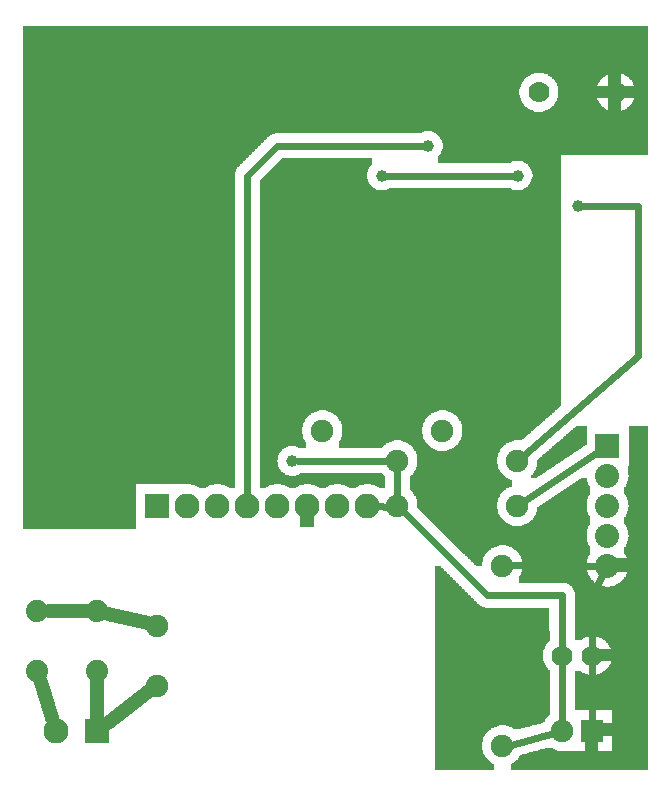
<source format=gbl>
G04 MADE WITH FRITZING*
G04 WWW.FRITZING.ORG*
G04 DOUBLE SIDED*
G04 HOLES PLATED*
G04 CONTOUR ON CENTER OF CONTOUR VECTOR*
%ASAXBY*%
%FSLAX23Y23*%
%MOIN*%
%OFA0B0*%
%SFA1.0B1.0*%
%ADD10C,0.075000*%
%ADD11C,0.070000*%
%ADD12C,0.039370*%
%ADD13C,0.074000*%
%ADD14C,0.047978*%
%ADD15C,0.083307*%
%ADD16C,0.080000*%
%ADD17C,0.075433*%
%ADD18R,0.083307X0.083307*%
%ADD19R,0.080000X0.080000*%
%ADD20R,0.075000X0.075000*%
%ADD21C,0.024000*%
%ADD22C,0.048000*%
%LNCOPPER0*%
G90*
G70*
G54D10*
X1488Y577D03*
X122Y2451D03*
G54D11*
X2015Y2300D03*
X1759Y2300D03*
G54D12*
X1389Y2121D03*
X1888Y1921D03*
X1688Y2023D03*
X1235Y2023D03*
X937Y1071D03*
G54D13*
X87Y372D03*
X87Y572D03*
X287Y572D03*
X287Y372D03*
G54D14*
X487Y325D03*
X487Y522D03*
X1644Y727D03*
X1644Y121D03*
G54D15*
X487Y922D03*
X587Y922D03*
X687Y922D03*
X787Y922D03*
X887Y922D03*
X987Y922D03*
X1087Y922D03*
X1187Y922D03*
G54D16*
X1987Y1122D03*
X1987Y1022D03*
X1987Y922D03*
X1987Y822D03*
X1987Y722D03*
G54D15*
X287Y172D03*
X149Y172D03*
G54D10*
X1937Y172D03*
X1837Y172D03*
G54D11*
X1937Y422D03*
X1837Y422D03*
X1937Y422D03*
X1837Y422D03*
G54D10*
X1687Y922D03*
X1287Y922D03*
X1437Y1172D03*
X1037Y1172D03*
X1687Y1072D03*
X1287Y1072D03*
G54D17*
X1637Y122D03*
X487Y522D03*
X1637Y722D03*
X487Y322D03*
G54D18*
X487Y922D03*
G54D19*
X1987Y1122D03*
G54D18*
X287Y172D03*
G54D20*
X1937Y172D03*
G54D21*
X1220Y920D02*
X1260Y918D01*
X1260Y918D02*
X1259Y918D01*
D02*
X1587Y624D02*
X1837Y624D01*
D02*
X1837Y624D02*
X1837Y448D01*
D02*
X1308Y902D02*
X1587Y624D01*
D02*
X1837Y396D02*
X1837Y201D01*
D02*
X1937Y396D02*
X1937Y201D01*
D02*
X1937Y624D02*
X1937Y448D01*
D02*
X1973Y694D02*
X1937Y624D01*
D02*
X1667Y726D02*
X1956Y723D01*
D02*
X1287Y1044D02*
X1287Y951D01*
D02*
X1711Y938D02*
X1961Y1105D01*
D02*
X787Y2023D02*
X885Y2121D01*
D02*
X885Y2121D02*
X1370Y2121D01*
D02*
X787Y955D02*
X787Y2023D01*
D02*
X2089Y1921D02*
X1907Y1921D01*
D02*
X2089Y1421D02*
X2089Y1921D01*
D02*
X1709Y1091D02*
X2089Y1421D01*
D02*
X1254Y2023D02*
X1669Y2023D01*
D02*
X955Y1071D02*
X1259Y1072D01*
G54D22*
D02*
X455Y530D02*
X324Y563D01*
D02*
X249Y572D02*
X125Y572D01*
D02*
X98Y336D02*
X136Y214D01*
D02*
X287Y334D02*
X287Y216D01*
G54D21*
D02*
X1810Y165D02*
X1666Y126D01*
G54D22*
D02*
X322Y199D02*
X461Y305D01*
G36*
X1884Y1188D02*
X1884Y1186D01*
X1880Y1186D01*
X1880Y1184D01*
X1878Y1184D01*
X1878Y1182D01*
X1876Y1182D01*
X1876Y1180D01*
X1874Y1180D01*
X1874Y1178D01*
X1872Y1178D01*
X1872Y1176D01*
X1870Y1176D01*
X1870Y1174D01*
X1866Y1174D01*
X1866Y1172D01*
X1864Y1172D01*
X1864Y1170D01*
X1862Y1170D01*
X1862Y1168D01*
X1860Y1168D01*
X1860Y1166D01*
X1858Y1166D01*
X1858Y1164D01*
X1856Y1164D01*
X1856Y1162D01*
X1854Y1162D01*
X1854Y1160D01*
X1850Y1160D01*
X1850Y1158D01*
X1848Y1158D01*
X1848Y1156D01*
X1846Y1156D01*
X1846Y1154D01*
X1844Y1154D01*
X1844Y1152D01*
X1842Y1152D01*
X1842Y1150D01*
X1840Y1150D01*
X1840Y1148D01*
X1838Y1148D01*
X1838Y1146D01*
X1834Y1146D01*
X1834Y1144D01*
X1832Y1144D01*
X1832Y1142D01*
X1830Y1142D01*
X1830Y1140D01*
X1828Y1140D01*
X1828Y1138D01*
X1826Y1138D01*
X1826Y1136D01*
X1824Y1136D01*
X1824Y1134D01*
X1820Y1134D01*
X1820Y1132D01*
X1818Y1132D01*
X1818Y1130D01*
X1816Y1130D01*
X1816Y1128D01*
X1814Y1128D01*
X1814Y1126D01*
X1812Y1126D01*
X1812Y1124D01*
X1810Y1124D01*
X1810Y1122D01*
X1808Y1122D01*
X1808Y1120D01*
X1804Y1120D01*
X1804Y1118D01*
X1802Y1118D01*
X1802Y1116D01*
X1800Y1116D01*
X1800Y1114D01*
X1798Y1114D01*
X1798Y1112D01*
X1796Y1112D01*
X1796Y1110D01*
X1794Y1110D01*
X1794Y1108D01*
X1792Y1108D01*
X1792Y1106D01*
X1788Y1106D01*
X1788Y1104D01*
X1786Y1104D01*
X1786Y1102D01*
X1784Y1102D01*
X1784Y1100D01*
X1782Y1100D01*
X1782Y1098D01*
X1780Y1098D01*
X1780Y1096D01*
X1778Y1096D01*
X1778Y1094D01*
X1774Y1094D01*
X1774Y1092D01*
X1772Y1092D01*
X1772Y1090D01*
X1770Y1090D01*
X1770Y1088D01*
X1768Y1088D01*
X1768Y1086D01*
X1766Y1086D01*
X1766Y1084D01*
X1764Y1084D01*
X1764Y1082D01*
X1762Y1082D01*
X1762Y1080D01*
X1758Y1080D01*
X1758Y1078D01*
X1756Y1078D01*
X1756Y1076D01*
X1754Y1076D01*
X1754Y1058D01*
X1752Y1058D01*
X1752Y1050D01*
X1750Y1050D01*
X1750Y1046D01*
X1748Y1046D01*
X1748Y1042D01*
X1746Y1042D01*
X1746Y1038D01*
X1744Y1038D01*
X1744Y1034D01*
X1742Y1034D01*
X1742Y1032D01*
X1740Y1032D01*
X1740Y1030D01*
X1738Y1030D01*
X1738Y1026D01*
X1736Y1026D01*
X1736Y1024D01*
X1734Y1024D01*
X1734Y1016D01*
X1754Y1016D01*
X1754Y1018D01*
X1756Y1018D01*
X1756Y1020D01*
X1760Y1020D01*
X1760Y1022D01*
X1762Y1022D01*
X1762Y1024D01*
X1766Y1024D01*
X1766Y1026D01*
X1768Y1026D01*
X1768Y1028D01*
X1772Y1028D01*
X1772Y1030D01*
X1774Y1030D01*
X1774Y1032D01*
X1778Y1032D01*
X1778Y1034D01*
X1780Y1034D01*
X1780Y1036D01*
X1784Y1036D01*
X1784Y1038D01*
X1786Y1038D01*
X1786Y1040D01*
X1790Y1040D01*
X1790Y1042D01*
X1792Y1042D01*
X1792Y1044D01*
X1796Y1044D01*
X1796Y1046D01*
X1798Y1046D01*
X1798Y1048D01*
X1802Y1048D01*
X1802Y1050D01*
X1804Y1050D01*
X1804Y1052D01*
X1808Y1052D01*
X1808Y1054D01*
X1810Y1054D01*
X1810Y1056D01*
X1814Y1056D01*
X1814Y1058D01*
X1816Y1058D01*
X1816Y1060D01*
X1820Y1060D01*
X1820Y1062D01*
X1822Y1062D01*
X1822Y1064D01*
X1826Y1064D01*
X1826Y1066D01*
X1828Y1066D01*
X1828Y1068D01*
X1832Y1068D01*
X1832Y1070D01*
X1834Y1070D01*
X1834Y1072D01*
X1838Y1072D01*
X1838Y1074D01*
X1840Y1074D01*
X1840Y1076D01*
X1844Y1076D01*
X1844Y1078D01*
X1846Y1078D01*
X1846Y1080D01*
X1850Y1080D01*
X1850Y1082D01*
X1852Y1082D01*
X1852Y1084D01*
X1856Y1084D01*
X1856Y1086D01*
X1858Y1086D01*
X1858Y1088D01*
X1862Y1088D01*
X1862Y1090D01*
X1864Y1090D01*
X1864Y1092D01*
X1868Y1092D01*
X1868Y1094D01*
X1870Y1094D01*
X1870Y1096D01*
X1874Y1096D01*
X1874Y1098D01*
X1876Y1098D01*
X1876Y1100D01*
X1880Y1100D01*
X1880Y1102D01*
X1882Y1102D01*
X1882Y1104D01*
X1886Y1104D01*
X1886Y1106D01*
X1888Y1106D01*
X1888Y1108D01*
X1892Y1108D01*
X1892Y1110D01*
X1894Y1110D01*
X1894Y1112D01*
X1898Y1112D01*
X1898Y1114D01*
X1900Y1114D01*
X1900Y1116D01*
X1904Y1116D01*
X1904Y1118D01*
X1906Y1118D01*
X1906Y1120D01*
X1910Y1120D01*
X1910Y1122D01*
X1912Y1122D01*
X1912Y1124D01*
X1916Y1124D01*
X1916Y1126D01*
X1918Y1126D01*
X1918Y1188D01*
X1884Y1188D01*
G37*
D02*
G36*
X1412Y720D02*
X1412Y190D01*
X1648Y190D01*
X1648Y188D01*
X1658Y188D01*
X1658Y186D01*
X1662Y186D01*
X1662Y184D01*
X1668Y184D01*
X1668Y182D01*
X1670Y182D01*
X1670Y180D01*
X1674Y180D01*
X1674Y178D01*
X1700Y178D01*
X1700Y180D01*
X1706Y180D01*
X1706Y182D01*
X1714Y182D01*
X1714Y184D01*
X1722Y184D01*
X1722Y186D01*
X1730Y186D01*
X1730Y188D01*
X1736Y188D01*
X1736Y190D01*
X1744Y190D01*
X1744Y192D01*
X1752Y192D01*
X1752Y194D01*
X1760Y194D01*
X1760Y196D01*
X1766Y196D01*
X1766Y198D01*
X1774Y198D01*
X1774Y200D01*
X1776Y200D01*
X1776Y202D01*
X1778Y202D01*
X1778Y206D01*
X1780Y206D01*
X1780Y210D01*
X1782Y210D01*
X1782Y212D01*
X1784Y212D01*
X1784Y214D01*
X1786Y214D01*
X1786Y218D01*
X1788Y218D01*
X1788Y220D01*
X1790Y220D01*
X1790Y222D01*
X1792Y222D01*
X1792Y224D01*
X1796Y224D01*
X1796Y374D01*
X1792Y374D01*
X1792Y376D01*
X1790Y376D01*
X1790Y378D01*
X1788Y378D01*
X1788Y382D01*
X1786Y382D01*
X1786Y384D01*
X1784Y384D01*
X1784Y386D01*
X1782Y386D01*
X1782Y390D01*
X1780Y390D01*
X1780Y394D01*
X1778Y394D01*
X1778Y398D01*
X1776Y398D01*
X1776Y404D01*
X1774Y404D01*
X1774Y412D01*
X1772Y412D01*
X1772Y432D01*
X1774Y432D01*
X1774Y442D01*
X1776Y442D01*
X1776Y446D01*
X1778Y446D01*
X1778Y452D01*
X1780Y452D01*
X1780Y454D01*
X1782Y454D01*
X1782Y458D01*
X1784Y458D01*
X1784Y460D01*
X1786Y460D01*
X1786Y464D01*
X1788Y464D01*
X1788Y466D01*
X1790Y466D01*
X1790Y468D01*
X1792Y468D01*
X1792Y470D01*
X1794Y470D01*
X1794Y472D01*
X1796Y472D01*
X1796Y504D01*
X1794Y504D01*
X1794Y582D01*
X1580Y582D01*
X1580Y584D01*
X1572Y584D01*
X1572Y586D01*
X1568Y586D01*
X1568Y588D01*
X1564Y588D01*
X1564Y590D01*
X1562Y590D01*
X1562Y592D01*
X1560Y592D01*
X1560Y594D01*
X1556Y594D01*
X1556Y596D01*
X1554Y596D01*
X1554Y598D01*
X1552Y598D01*
X1552Y600D01*
X1550Y600D01*
X1550Y602D01*
X1548Y602D01*
X1548Y604D01*
X1546Y604D01*
X1546Y606D01*
X1544Y606D01*
X1544Y608D01*
X1542Y608D01*
X1542Y610D01*
X1540Y610D01*
X1540Y612D01*
X1538Y612D01*
X1538Y614D01*
X1536Y614D01*
X1536Y616D01*
X1534Y616D01*
X1534Y618D01*
X1532Y618D01*
X1532Y620D01*
X1530Y620D01*
X1530Y622D01*
X1528Y622D01*
X1528Y624D01*
X1526Y624D01*
X1526Y626D01*
X1524Y626D01*
X1524Y628D01*
X1522Y628D01*
X1522Y630D01*
X1520Y630D01*
X1520Y632D01*
X1518Y632D01*
X1518Y634D01*
X1516Y634D01*
X1516Y636D01*
X1514Y636D01*
X1514Y638D01*
X1512Y638D01*
X1512Y640D01*
X1510Y640D01*
X1510Y642D01*
X1508Y642D01*
X1508Y644D01*
X1506Y644D01*
X1506Y646D01*
X1504Y646D01*
X1504Y648D01*
X1502Y648D01*
X1502Y650D01*
X1500Y650D01*
X1500Y652D01*
X1498Y652D01*
X1498Y654D01*
X1496Y654D01*
X1496Y656D01*
X1494Y656D01*
X1494Y658D01*
X1492Y658D01*
X1492Y660D01*
X1490Y660D01*
X1490Y662D01*
X1488Y662D01*
X1488Y664D01*
X1486Y664D01*
X1486Y666D01*
X1484Y666D01*
X1484Y668D01*
X1482Y668D01*
X1482Y670D01*
X1480Y670D01*
X1480Y672D01*
X1478Y672D01*
X1478Y674D01*
X1476Y674D01*
X1476Y676D01*
X1474Y676D01*
X1474Y678D01*
X1472Y678D01*
X1472Y680D01*
X1470Y680D01*
X1470Y682D01*
X1468Y682D01*
X1468Y684D01*
X1466Y684D01*
X1466Y686D01*
X1464Y686D01*
X1464Y688D01*
X1462Y688D01*
X1462Y690D01*
X1460Y690D01*
X1460Y692D01*
X1458Y692D01*
X1458Y694D01*
X1456Y694D01*
X1456Y696D01*
X1454Y696D01*
X1454Y698D01*
X1452Y698D01*
X1452Y700D01*
X1450Y700D01*
X1450Y702D01*
X1448Y702D01*
X1448Y704D01*
X1446Y704D01*
X1446Y706D01*
X1444Y706D01*
X1444Y708D01*
X1442Y708D01*
X1442Y710D01*
X1440Y710D01*
X1440Y712D01*
X1438Y712D01*
X1438Y714D01*
X1436Y714D01*
X1436Y716D01*
X1434Y716D01*
X1434Y718D01*
X1432Y718D01*
X1432Y720D01*
X1412Y720D01*
G37*
D02*
G36*
X1412Y190D02*
X1412Y42D01*
X1608Y42D01*
X1608Y62D01*
X1604Y62D01*
X1604Y64D01*
X1602Y64D01*
X1602Y66D01*
X1598Y66D01*
X1598Y68D01*
X1596Y68D01*
X1596Y70D01*
X1594Y70D01*
X1594Y72D01*
X1592Y72D01*
X1592Y74D01*
X1588Y74D01*
X1588Y78D01*
X1586Y78D01*
X1586Y80D01*
X1584Y80D01*
X1584Y82D01*
X1582Y82D01*
X1582Y84D01*
X1580Y84D01*
X1580Y88D01*
X1578Y88D01*
X1578Y92D01*
X1576Y92D01*
X1576Y96D01*
X1574Y96D01*
X1574Y102D01*
X1572Y102D01*
X1572Y108D01*
X1570Y108D01*
X1570Y136D01*
X1572Y136D01*
X1572Y144D01*
X1574Y144D01*
X1574Y150D01*
X1576Y150D01*
X1576Y154D01*
X1578Y154D01*
X1578Y156D01*
X1580Y156D01*
X1580Y160D01*
X1582Y160D01*
X1582Y162D01*
X1584Y162D01*
X1584Y166D01*
X1586Y166D01*
X1586Y168D01*
X1588Y168D01*
X1588Y170D01*
X1590Y170D01*
X1590Y172D01*
X1592Y172D01*
X1592Y174D01*
X1594Y174D01*
X1594Y176D01*
X1598Y176D01*
X1598Y178D01*
X1600Y178D01*
X1600Y180D01*
X1604Y180D01*
X1604Y182D01*
X1608Y182D01*
X1608Y184D01*
X1612Y184D01*
X1612Y186D01*
X1618Y186D01*
X1618Y188D01*
X1626Y188D01*
X1626Y190D01*
X1412Y190D01*
G37*
D02*
G36*
X40Y2522D02*
X40Y2366D01*
X2022Y2366D01*
X2022Y2364D01*
X2032Y2364D01*
X2032Y2362D01*
X2038Y2362D01*
X2038Y2360D01*
X2042Y2360D01*
X2042Y2358D01*
X2046Y2358D01*
X2046Y2356D01*
X2050Y2356D01*
X2050Y2354D01*
X2052Y2354D01*
X2052Y2352D01*
X2056Y2352D01*
X2056Y2350D01*
X2058Y2350D01*
X2058Y2348D01*
X2060Y2348D01*
X2060Y2346D01*
X2062Y2346D01*
X2062Y2344D01*
X2064Y2344D01*
X2064Y2342D01*
X2066Y2342D01*
X2066Y2340D01*
X2068Y2340D01*
X2068Y2336D01*
X2070Y2336D01*
X2070Y2334D01*
X2072Y2334D01*
X2072Y2330D01*
X2074Y2330D01*
X2074Y2326D01*
X2076Y2326D01*
X2076Y2320D01*
X2078Y2320D01*
X2078Y2312D01*
X2080Y2312D01*
X2080Y2288D01*
X2078Y2288D01*
X2078Y2280D01*
X2076Y2280D01*
X2076Y2276D01*
X2074Y2276D01*
X2074Y2270D01*
X2072Y2270D01*
X2072Y2268D01*
X2070Y2268D01*
X2070Y2264D01*
X2068Y2264D01*
X2068Y2262D01*
X2066Y2262D01*
X2066Y2258D01*
X2064Y2258D01*
X2064Y2256D01*
X2062Y2256D01*
X2062Y2254D01*
X2060Y2254D01*
X2060Y2252D01*
X2058Y2252D01*
X2058Y2250D01*
X2054Y2250D01*
X2054Y2248D01*
X2052Y2248D01*
X2052Y2246D01*
X2048Y2246D01*
X2048Y2244D01*
X2046Y2244D01*
X2046Y2242D01*
X2042Y2242D01*
X2042Y2240D01*
X2036Y2240D01*
X2036Y2238D01*
X2030Y2238D01*
X2030Y2236D01*
X2124Y2236D01*
X2124Y2522D01*
X40Y2522D01*
G37*
D02*
G36*
X40Y2366D02*
X40Y2236D01*
X1744Y2236D01*
X1744Y2238D01*
X1738Y2238D01*
X1738Y2240D01*
X1732Y2240D01*
X1732Y2242D01*
X1728Y2242D01*
X1728Y2244D01*
X1726Y2244D01*
X1726Y2246D01*
X1722Y2246D01*
X1722Y2248D01*
X1720Y2248D01*
X1720Y2250D01*
X1718Y2250D01*
X1718Y2252D01*
X1714Y2252D01*
X1714Y2254D01*
X1712Y2254D01*
X1712Y2256D01*
X1710Y2256D01*
X1710Y2260D01*
X1708Y2260D01*
X1708Y2262D01*
X1706Y2262D01*
X1706Y2264D01*
X1704Y2264D01*
X1704Y2268D01*
X1702Y2268D01*
X1702Y2272D01*
X1700Y2272D01*
X1700Y2276D01*
X1698Y2276D01*
X1698Y2282D01*
X1696Y2282D01*
X1696Y2292D01*
X1694Y2292D01*
X1694Y2310D01*
X1696Y2310D01*
X1696Y2318D01*
X1698Y2318D01*
X1698Y2324D01*
X1700Y2324D01*
X1700Y2328D01*
X1702Y2328D01*
X1702Y2332D01*
X1704Y2332D01*
X1704Y2336D01*
X1706Y2336D01*
X1706Y2338D01*
X1708Y2338D01*
X1708Y2342D01*
X1710Y2342D01*
X1710Y2344D01*
X1712Y2344D01*
X1712Y2346D01*
X1714Y2346D01*
X1714Y2348D01*
X1716Y2348D01*
X1716Y2350D01*
X1718Y2350D01*
X1718Y2352D01*
X1722Y2352D01*
X1722Y2354D01*
X1724Y2354D01*
X1724Y2356D01*
X1728Y2356D01*
X1728Y2358D01*
X1732Y2358D01*
X1732Y2360D01*
X1736Y2360D01*
X1736Y2362D01*
X1742Y2362D01*
X1742Y2364D01*
X1754Y2364D01*
X1754Y2366D01*
X40Y2366D01*
G37*
D02*
G36*
X1766Y2366D02*
X1766Y2364D01*
X1776Y2364D01*
X1776Y2362D01*
X1782Y2362D01*
X1782Y2360D01*
X1788Y2360D01*
X1788Y2358D01*
X1790Y2358D01*
X1790Y2356D01*
X1794Y2356D01*
X1794Y2354D01*
X1796Y2354D01*
X1796Y2352D01*
X1800Y2352D01*
X1800Y2350D01*
X1802Y2350D01*
X1802Y2348D01*
X1804Y2348D01*
X1804Y2346D01*
X1806Y2346D01*
X1806Y2344D01*
X1808Y2344D01*
X1808Y2342D01*
X1810Y2342D01*
X1810Y2340D01*
X1812Y2340D01*
X1812Y2336D01*
X1814Y2336D01*
X1814Y2334D01*
X1816Y2334D01*
X1816Y2330D01*
X1818Y2330D01*
X1818Y2326D01*
X1820Y2326D01*
X1820Y2320D01*
X1822Y2320D01*
X1822Y2312D01*
X1824Y2312D01*
X1824Y2288D01*
X1822Y2288D01*
X1822Y2280D01*
X1820Y2280D01*
X1820Y2274D01*
X1818Y2274D01*
X1818Y2270D01*
X1816Y2270D01*
X1816Y2268D01*
X1814Y2268D01*
X1814Y2264D01*
X1812Y2264D01*
X1812Y2262D01*
X1810Y2262D01*
X1810Y2258D01*
X1808Y2258D01*
X1808Y2256D01*
X1806Y2256D01*
X1806Y2254D01*
X1804Y2254D01*
X1804Y2252D01*
X1802Y2252D01*
X1802Y2250D01*
X1798Y2250D01*
X1798Y2248D01*
X1796Y2248D01*
X1796Y2246D01*
X1792Y2246D01*
X1792Y2244D01*
X1790Y2244D01*
X1790Y2242D01*
X1786Y2242D01*
X1786Y2240D01*
X1780Y2240D01*
X1780Y2238D01*
X1774Y2238D01*
X1774Y2236D01*
X2000Y2236D01*
X2000Y2238D01*
X1994Y2238D01*
X1994Y2240D01*
X1988Y2240D01*
X1988Y2242D01*
X1984Y2242D01*
X1984Y2244D01*
X1982Y2244D01*
X1982Y2246D01*
X1978Y2246D01*
X1978Y2248D01*
X1976Y2248D01*
X1976Y2250D01*
X1974Y2250D01*
X1974Y2252D01*
X1970Y2252D01*
X1970Y2254D01*
X1968Y2254D01*
X1968Y2256D01*
X1966Y2256D01*
X1966Y2260D01*
X1964Y2260D01*
X1964Y2262D01*
X1962Y2262D01*
X1962Y2264D01*
X1960Y2264D01*
X1960Y2268D01*
X1958Y2268D01*
X1958Y2272D01*
X1956Y2272D01*
X1956Y2276D01*
X1954Y2276D01*
X1954Y2282D01*
X1952Y2282D01*
X1952Y2290D01*
X1950Y2290D01*
X1950Y2310D01*
X1952Y2310D01*
X1952Y2320D01*
X1954Y2320D01*
X1954Y2324D01*
X1956Y2324D01*
X1956Y2330D01*
X1958Y2330D01*
X1958Y2332D01*
X1960Y2332D01*
X1960Y2336D01*
X1962Y2336D01*
X1962Y2338D01*
X1964Y2338D01*
X1964Y2342D01*
X1966Y2342D01*
X1966Y2344D01*
X1968Y2344D01*
X1968Y2346D01*
X1970Y2346D01*
X1970Y2348D01*
X1972Y2348D01*
X1972Y2350D01*
X1974Y2350D01*
X1974Y2352D01*
X1978Y2352D01*
X1978Y2354D01*
X1980Y2354D01*
X1980Y2356D01*
X1984Y2356D01*
X1984Y2358D01*
X1988Y2358D01*
X1988Y2360D01*
X1992Y2360D01*
X1992Y2362D01*
X1998Y2362D01*
X1998Y2364D01*
X2010Y2364D01*
X2010Y2366D01*
X1766Y2366D01*
G37*
D02*
G36*
X40Y2236D02*
X40Y2234D01*
X2124Y2234D01*
X2124Y2236D01*
X40Y2236D01*
G37*
D02*
G36*
X40Y2236D02*
X40Y2234D01*
X2124Y2234D01*
X2124Y2236D01*
X40Y2236D01*
G37*
D02*
G36*
X40Y2236D02*
X40Y2234D01*
X2124Y2234D01*
X2124Y2236D01*
X40Y2236D01*
G37*
D02*
G36*
X40Y2234D02*
X40Y2172D01*
X1390Y2172D01*
X1390Y2170D01*
X1402Y2170D01*
X1402Y2168D01*
X1408Y2168D01*
X1408Y2166D01*
X1412Y2166D01*
X1412Y2164D01*
X1416Y2164D01*
X1416Y2162D01*
X1418Y2162D01*
X1418Y2160D01*
X1420Y2160D01*
X1420Y2158D01*
X1424Y2158D01*
X1424Y2156D01*
X1426Y2156D01*
X1426Y2152D01*
X1428Y2152D01*
X1428Y2150D01*
X1430Y2150D01*
X1430Y2146D01*
X1432Y2146D01*
X1432Y2144D01*
X1434Y2144D01*
X1434Y2140D01*
X1436Y2140D01*
X1436Y2132D01*
X1438Y2132D01*
X1438Y2110D01*
X1436Y2110D01*
X1436Y2104D01*
X1434Y2104D01*
X1434Y2100D01*
X1432Y2100D01*
X1432Y2096D01*
X1430Y2096D01*
X1430Y2092D01*
X1428Y2092D01*
X1428Y2090D01*
X1426Y2090D01*
X1426Y2088D01*
X1424Y2088D01*
X1424Y2086D01*
X1422Y2086D01*
X1422Y2072D01*
X1700Y2072D01*
X1700Y2070D01*
X1706Y2070D01*
X1706Y2068D01*
X1710Y2068D01*
X1710Y2066D01*
X1714Y2066D01*
X1714Y2064D01*
X1716Y2064D01*
X1716Y2062D01*
X1720Y2062D01*
X1720Y2060D01*
X1722Y2060D01*
X1722Y2058D01*
X1724Y2058D01*
X1724Y2056D01*
X1726Y2056D01*
X1726Y2052D01*
X1728Y2052D01*
X1728Y2050D01*
X1730Y2050D01*
X1730Y2046D01*
X1732Y2046D01*
X1732Y2042D01*
X1734Y2042D01*
X1734Y2038D01*
X1736Y2038D01*
X1736Y2028D01*
X1738Y2028D01*
X1738Y2018D01*
X1736Y2018D01*
X1736Y2010D01*
X1734Y2010D01*
X1734Y2004D01*
X1732Y2004D01*
X1732Y2000D01*
X1730Y2000D01*
X1730Y1996D01*
X1728Y1996D01*
X1728Y1994D01*
X1726Y1994D01*
X1726Y1990D01*
X1724Y1990D01*
X1724Y1988D01*
X1722Y1988D01*
X1722Y1986D01*
X1720Y1986D01*
X1720Y1984D01*
X1716Y1984D01*
X1716Y1982D01*
X1714Y1982D01*
X1714Y1980D01*
X1710Y1980D01*
X1710Y1978D01*
X1706Y1978D01*
X1706Y1976D01*
X1700Y1976D01*
X1700Y1974D01*
X1832Y1974D01*
X1832Y2090D01*
X2124Y2090D01*
X2124Y2234D01*
X40Y2234D01*
G37*
D02*
G36*
X40Y2172D02*
X40Y994D01*
X698Y994D01*
X698Y992D01*
X708Y992D01*
X708Y990D01*
X714Y990D01*
X714Y988D01*
X718Y988D01*
X718Y986D01*
X722Y986D01*
X722Y984D01*
X726Y984D01*
X726Y982D01*
X746Y982D01*
X746Y2034D01*
X748Y2034D01*
X748Y2040D01*
X750Y2040D01*
X750Y2044D01*
X752Y2044D01*
X752Y2048D01*
X754Y2048D01*
X754Y2050D01*
X756Y2050D01*
X756Y2052D01*
X758Y2052D01*
X758Y2054D01*
X760Y2054D01*
X760Y2056D01*
X762Y2056D01*
X762Y2058D01*
X764Y2058D01*
X764Y2060D01*
X766Y2060D01*
X766Y2062D01*
X768Y2062D01*
X768Y2064D01*
X770Y2064D01*
X770Y2066D01*
X772Y2066D01*
X772Y2068D01*
X774Y2068D01*
X774Y2070D01*
X776Y2070D01*
X776Y2072D01*
X778Y2072D01*
X778Y2074D01*
X780Y2074D01*
X780Y2076D01*
X782Y2076D01*
X782Y2078D01*
X784Y2078D01*
X784Y2080D01*
X786Y2080D01*
X786Y2082D01*
X788Y2082D01*
X788Y2084D01*
X790Y2084D01*
X790Y2086D01*
X792Y2086D01*
X792Y2088D01*
X794Y2088D01*
X794Y2090D01*
X796Y2090D01*
X796Y2092D01*
X798Y2092D01*
X798Y2094D01*
X800Y2094D01*
X800Y2096D01*
X802Y2096D01*
X802Y2098D01*
X804Y2098D01*
X804Y2100D01*
X806Y2100D01*
X806Y2102D01*
X808Y2102D01*
X808Y2104D01*
X810Y2104D01*
X810Y2106D01*
X812Y2106D01*
X812Y2108D01*
X814Y2108D01*
X814Y2110D01*
X816Y2110D01*
X816Y2112D01*
X818Y2112D01*
X818Y2114D01*
X820Y2114D01*
X820Y2116D01*
X822Y2116D01*
X822Y2118D01*
X824Y2118D01*
X824Y2120D01*
X826Y2120D01*
X826Y2122D01*
X828Y2122D01*
X828Y2124D01*
X830Y2124D01*
X830Y2126D01*
X832Y2126D01*
X832Y2128D01*
X834Y2128D01*
X834Y2130D01*
X836Y2130D01*
X836Y2132D01*
X838Y2132D01*
X838Y2134D01*
X840Y2134D01*
X840Y2136D01*
X842Y2136D01*
X842Y2138D01*
X844Y2138D01*
X844Y2140D01*
X846Y2140D01*
X846Y2142D01*
X848Y2142D01*
X848Y2144D01*
X850Y2144D01*
X850Y2146D01*
X852Y2146D01*
X852Y2148D01*
X854Y2148D01*
X854Y2150D01*
X856Y2150D01*
X856Y2152D01*
X858Y2152D01*
X858Y2154D01*
X860Y2154D01*
X860Y2156D01*
X864Y2156D01*
X864Y2158D01*
X868Y2158D01*
X868Y2160D01*
X872Y2160D01*
X872Y2162D01*
X880Y2162D01*
X880Y2164D01*
X1366Y2164D01*
X1366Y2166D01*
X1370Y2166D01*
X1370Y2168D01*
X1376Y2168D01*
X1376Y2170D01*
X1388Y2170D01*
X1388Y2172D01*
X40Y2172D01*
G37*
D02*
G36*
X902Y2080D02*
X902Y2078D01*
X900Y2078D01*
X900Y2076D01*
X898Y2076D01*
X898Y2074D01*
X896Y2074D01*
X896Y2072D01*
X894Y2072D01*
X894Y2070D01*
X892Y2070D01*
X892Y2068D01*
X890Y2068D01*
X890Y2066D01*
X888Y2066D01*
X888Y2064D01*
X886Y2064D01*
X886Y2062D01*
X884Y2062D01*
X884Y2060D01*
X882Y2060D01*
X882Y2058D01*
X880Y2058D01*
X880Y2056D01*
X878Y2056D01*
X878Y2054D01*
X876Y2054D01*
X876Y2052D01*
X874Y2052D01*
X874Y2050D01*
X872Y2050D01*
X872Y2048D01*
X870Y2048D01*
X870Y2046D01*
X868Y2046D01*
X868Y2044D01*
X866Y2044D01*
X866Y2042D01*
X864Y2042D01*
X864Y2040D01*
X862Y2040D01*
X862Y2038D01*
X860Y2038D01*
X860Y2036D01*
X858Y2036D01*
X858Y2034D01*
X856Y2034D01*
X856Y2032D01*
X854Y2032D01*
X854Y2030D01*
X852Y2030D01*
X852Y2028D01*
X850Y2028D01*
X850Y2026D01*
X848Y2026D01*
X848Y2024D01*
X846Y2024D01*
X846Y2022D01*
X844Y2022D01*
X844Y2020D01*
X842Y2020D01*
X842Y2018D01*
X840Y2018D01*
X840Y2016D01*
X838Y2016D01*
X838Y2014D01*
X836Y2014D01*
X836Y2012D01*
X834Y2012D01*
X834Y2010D01*
X832Y2010D01*
X832Y2008D01*
X830Y2008D01*
X830Y1974D01*
X1224Y1974D01*
X1224Y1976D01*
X1216Y1976D01*
X1216Y1978D01*
X1212Y1978D01*
X1212Y1980D01*
X1210Y1980D01*
X1210Y1982D01*
X1206Y1982D01*
X1206Y1984D01*
X1204Y1984D01*
X1204Y1986D01*
X1202Y1986D01*
X1202Y1988D01*
X1200Y1988D01*
X1200Y1990D01*
X1198Y1990D01*
X1198Y1992D01*
X1196Y1992D01*
X1196Y1994D01*
X1194Y1994D01*
X1194Y1998D01*
X1192Y1998D01*
X1192Y2002D01*
X1190Y2002D01*
X1190Y2006D01*
X1188Y2006D01*
X1188Y2012D01*
X1186Y2012D01*
X1186Y2034D01*
X1188Y2034D01*
X1188Y2040D01*
X1190Y2040D01*
X1190Y2044D01*
X1192Y2044D01*
X1192Y2048D01*
X1194Y2048D01*
X1194Y2052D01*
X1196Y2052D01*
X1196Y2054D01*
X1198Y2054D01*
X1198Y2056D01*
X1200Y2056D01*
X1200Y2058D01*
X1202Y2058D01*
X1202Y2060D01*
X1204Y2060D01*
X1204Y2080D01*
X902Y2080D01*
G37*
D02*
G36*
X1422Y2072D02*
X1422Y2066D01*
X1666Y2066D01*
X1666Y2068D01*
X1668Y2068D01*
X1668Y2070D01*
X1676Y2070D01*
X1676Y2072D01*
X1422Y2072D01*
G37*
D02*
G36*
X1262Y1982D02*
X1262Y1980D01*
X1258Y1980D01*
X1258Y1978D01*
X1254Y1978D01*
X1254Y1976D01*
X1248Y1976D01*
X1248Y1974D01*
X1676Y1974D01*
X1676Y1976D01*
X1670Y1976D01*
X1670Y1978D01*
X1666Y1978D01*
X1666Y1980D01*
X1662Y1980D01*
X1662Y1982D01*
X1262Y1982D01*
G37*
D02*
G36*
X830Y1974D02*
X830Y1972D01*
X1832Y1972D01*
X1832Y1974D01*
X830Y1974D01*
G37*
D02*
G36*
X830Y1974D02*
X830Y1972D01*
X1832Y1972D01*
X1832Y1974D01*
X830Y1974D01*
G37*
D02*
G36*
X830Y1974D02*
X830Y1972D01*
X1832Y1972D01*
X1832Y1974D01*
X830Y1974D01*
G37*
D02*
G36*
X830Y1972D02*
X830Y1240D01*
X1448Y1240D01*
X1448Y1238D01*
X1456Y1238D01*
X1456Y1236D01*
X1462Y1236D01*
X1462Y1234D01*
X1466Y1234D01*
X1466Y1232D01*
X1470Y1232D01*
X1470Y1230D01*
X1474Y1230D01*
X1474Y1228D01*
X1476Y1228D01*
X1476Y1226D01*
X1480Y1226D01*
X1480Y1224D01*
X1482Y1224D01*
X1482Y1222D01*
X1484Y1222D01*
X1484Y1220D01*
X1486Y1220D01*
X1486Y1218D01*
X1488Y1218D01*
X1488Y1216D01*
X1490Y1216D01*
X1490Y1212D01*
X1492Y1212D01*
X1492Y1210D01*
X1494Y1210D01*
X1494Y1206D01*
X1496Y1206D01*
X1496Y1204D01*
X1498Y1204D01*
X1498Y1200D01*
X1500Y1200D01*
X1500Y1194D01*
X1502Y1194D01*
X1502Y1188D01*
X1504Y1188D01*
X1504Y1158D01*
X1502Y1158D01*
X1502Y1150D01*
X1500Y1150D01*
X1500Y1146D01*
X1498Y1146D01*
X1498Y1142D01*
X1496Y1142D01*
X1496Y1138D01*
X1494Y1138D01*
X1494Y1134D01*
X1492Y1134D01*
X1492Y1132D01*
X1490Y1132D01*
X1490Y1130D01*
X1488Y1130D01*
X1488Y1126D01*
X1486Y1126D01*
X1486Y1124D01*
X1484Y1124D01*
X1484Y1122D01*
X1480Y1122D01*
X1480Y1120D01*
X1478Y1120D01*
X1478Y1118D01*
X1476Y1118D01*
X1476Y1116D01*
X1472Y1116D01*
X1472Y1114D01*
X1468Y1114D01*
X1468Y1112D01*
X1466Y1112D01*
X1466Y1110D01*
X1460Y1110D01*
X1460Y1108D01*
X1454Y1108D01*
X1454Y1106D01*
X1438Y1106D01*
X1438Y1104D01*
X1628Y1104D01*
X1628Y1106D01*
X1630Y1106D01*
X1630Y1110D01*
X1632Y1110D01*
X1632Y1112D01*
X1634Y1112D01*
X1634Y1114D01*
X1636Y1114D01*
X1636Y1118D01*
X1638Y1118D01*
X1638Y1120D01*
X1640Y1120D01*
X1640Y1122D01*
X1642Y1122D01*
X1642Y1124D01*
X1646Y1124D01*
X1646Y1126D01*
X1648Y1126D01*
X1648Y1128D01*
X1650Y1128D01*
X1650Y1130D01*
X1654Y1130D01*
X1654Y1132D01*
X1658Y1132D01*
X1658Y1134D01*
X1662Y1134D01*
X1662Y1136D01*
X1668Y1136D01*
X1668Y1138D01*
X1676Y1138D01*
X1676Y1140D01*
X1702Y1140D01*
X1702Y1142D01*
X1704Y1142D01*
X1704Y1144D01*
X1706Y1144D01*
X1706Y1146D01*
X1708Y1146D01*
X1708Y1148D01*
X1712Y1148D01*
X1712Y1150D01*
X1714Y1150D01*
X1714Y1152D01*
X1716Y1152D01*
X1716Y1154D01*
X1718Y1154D01*
X1718Y1156D01*
X1720Y1156D01*
X1720Y1158D01*
X1722Y1158D01*
X1722Y1160D01*
X1726Y1160D01*
X1726Y1162D01*
X1728Y1162D01*
X1728Y1164D01*
X1730Y1164D01*
X1730Y1166D01*
X1732Y1166D01*
X1732Y1168D01*
X1734Y1168D01*
X1734Y1170D01*
X1736Y1170D01*
X1736Y1172D01*
X1738Y1172D01*
X1738Y1174D01*
X1742Y1174D01*
X1742Y1176D01*
X1744Y1176D01*
X1744Y1178D01*
X1746Y1178D01*
X1746Y1180D01*
X1748Y1180D01*
X1748Y1182D01*
X1750Y1182D01*
X1750Y1184D01*
X1752Y1184D01*
X1752Y1186D01*
X1754Y1186D01*
X1754Y1188D01*
X1758Y1188D01*
X1758Y1190D01*
X1760Y1190D01*
X1760Y1192D01*
X1762Y1192D01*
X1762Y1194D01*
X1764Y1194D01*
X1764Y1196D01*
X1766Y1196D01*
X1766Y1198D01*
X1768Y1198D01*
X1768Y1200D01*
X1772Y1200D01*
X1772Y1202D01*
X1774Y1202D01*
X1774Y1204D01*
X1776Y1204D01*
X1776Y1206D01*
X1778Y1206D01*
X1778Y1208D01*
X1780Y1208D01*
X1780Y1210D01*
X1782Y1210D01*
X1782Y1212D01*
X1784Y1212D01*
X1784Y1214D01*
X1788Y1214D01*
X1788Y1216D01*
X1790Y1216D01*
X1790Y1218D01*
X1792Y1218D01*
X1792Y1220D01*
X1794Y1220D01*
X1794Y1222D01*
X1796Y1222D01*
X1796Y1224D01*
X1798Y1224D01*
X1798Y1226D01*
X1802Y1226D01*
X1802Y1228D01*
X1804Y1228D01*
X1804Y1230D01*
X1806Y1230D01*
X1806Y1232D01*
X1808Y1232D01*
X1808Y1234D01*
X1810Y1234D01*
X1810Y1236D01*
X1812Y1236D01*
X1812Y1238D01*
X1814Y1238D01*
X1814Y1240D01*
X1818Y1240D01*
X1818Y1242D01*
X1820Y1242D01*
X1820Y1244D01*
X1822Y1244D01*
X1822Y1246D01*
X1824Y1246D01*
X1824Y1248D01*
X1826Y1248D01*
X1826Y1250D01*
X1828Y1250D01*
X1828Y1252D01*
X1830Y1252D01*
X1830Y1254D01*
X1832Y1254D01*
X1832Y1972D01*
X830Y1972D01*
G37*
D02*
G36*
X830Y1240D02*
X830Y1122D01*
X938Y1122D01*
X938Y1120D01*
X950Y1120D01*
X950Y1118D01*
X956Y1118D01*
X956Y1116D01*
X960Y1116D01*
X960Y1114D01*
X982Y1114D01*
X982Y1136D01*
X980Y1136D01*
X980Y1138D01*
X978Y1138D01*
X978Y1142D01*
X976Y1142D01*
X976Y1146D01*
X974Y1146D01*
X974Y1152D01*
X972Y1152D01*
X972Y1160D01*
X970Y1160D01*
X970Y1186D01*
X972Y1186D01*
X972Y1194D01*
X974Y1194D01*
X974Y1198D01*
X976Y1198D01*
X976Y1202D01*
X978Y1202D01*
X978Y1206D01*
X980Y1206D01*
X980Y1210D01*
X982Y1210D01*
X982Y1212D01*
X984Y1212D01*
X984Y1214D01*
X986Y1214D01*
X986Y1218D01*
X988Y1218D01*
X988Y1220D01*
X990Y1220D01*
X990Y1222D01*
X992Y1222D01*
X992Y1224D01*
X996Y1224D01*
X996Y1226D01*
X998Y1226D01*
X998Y1228D01*
X1000Y1228D01*
X1000Y1230D01*
X1004Y1230D01*
X1004Y1232D01*
X1008Y1232D01*
X1008Y1234D01*
X1012Y1234D01*
X1012Y1236D01*
X1018Y1236D01*
X1018Y1238D01*
X1026Y1238D01*
X1026Y1240D01*
X830Y1240D01*
G37*
D02*
G36*
X1048Y1240D02*
X1048Y1238D01*
X1056Y1238D01*
X1056Y1236D01*
X1062Y1236D01*
X1062Y1234D01*
X1066Y1234D01*
X1066Y1232D01*
X1070Y1232D01*
X1070Y1230D01*
X1074Y1230D01*
X1074Y1228D01*
X1076Y1228D01*
X1076Y1226D01*
X1080Y1226D01*
X1080Y1224D01*
X1082Y1224D01*
X1082Y1222D01*
X1084Y1222D01*
X1084Y1220D01*
X1086Y1220D01*
X1086Y1218D01*
X1088Y1218D01*
X1088Y1216D01*
X1090Y1216D01*
X1090Y1212D01*
X1092Y1212D01*
X1092Y1210D01*
X1094Y1210D01*
X1094Y1206D01*
X1096Y1206D01*
X1096Y1204D01*
X1098Y1204D01*
X1098Y1200D01*
X1100Y1200D01*
X1100Y1194D01*
X1102Y1194D01*
X1102Y1188D01*
X1104Y1188D01*
X1104Y1158D01*
X1102Y1158D01*
X1102Y1150D01*
X1100Y1150D01*
X1100Y1146D01*
X1098Y1146D01*
X1098Y1142D01*
X1096Y1142D01*
X1096Y1140D01*
X1298Y1140D01*
X1298Y1138D01*
X1306Y1138D01*
X1306Y1136D01*
X1312Y1136D01*
X1312Y1134D01*
X1316Y1134D01*
X1316Y1132D01*
X1320Y1132D01*
X1320Y1130D01*
X1324Y1130D01*
X1324Y1128D01*
X1326Y1128D01*
X1326Y1126D01*
X1330Y1126D01*
X1330Y1124D01*
X1332Y1124D01*
X1332Y1122D01*
X1334Y1122D01*
X1334Y1120D01*
X1336Y1120D01*
X1336Y1118D01*
X1338Y1118D01*
X1338Y1116D01*
X1340Y1116D01*
X1340Y1112D01*
X1342Y1112D01*
X1342Y1110D01*
X1344Y1110D01*
X1344Y1106D01*
X1346Y1106D01*
X1346Y1104D01*
X1436Y1104D01*
X1436Y1106D01*
X1420Y1106D01*
X1420Y1108D01*
X1414Y1108D01*
X1414Y1110D01*
X1410Y1110D01*
X1410Y1112D01*
X1406Y1112D01*
X1406Y1114D01*
X1402Y1114D01*
X1402Y1116D01*
X1398Y1116D01*
X1398Y1118D01*
X1396Y1118D01*
X1396Y1120D01*
X1394Y1120D01*
X1394Y1122D01*
X1392Y1122D01*
X1392Y1124D01*
X1390Y1124D01*
X1390Y1126D01*
X1388Y1126D01*
X1388Y1128D01*
X1386Y1128D01*
X1386Y1130D01*
X1384Y1130D01*
X1384Y1132D01*
X1382Y1132D01*
X1382Y1136D01*
X1380Y1136D01*
X1380Y1138D01*
X1378Y1138D01*
X1378Y1142D01*
X1376Y1142D01*
X1376Y1146D01*
X1374Y1146D01*
X1374Y1152D01*
X1372Y1152D01*
X1372Y1160D01*
X1370Y1160D01*
X1370Y1186D01*
X1372Y1186D01*
X1372Y1194D01*
X1374Y1194D01*
X1374Y1198D01*
X1376Y1198D01*
X1376Y1202D01*
X1378Y1202D01*
X1378Y1206D01*
X1380Y1206D01*
X1380Y1210D01*
X1382Y1210D01*
X1382Y1212D01*
X1384Y1212D01*
X1384Y1214D01*
X1386Y1214D01*
X1386Y1218D01*
X1388Y1218D01*
X1388Y1220D01*
X1390Y1220D01*
X1390Y1222D01*
X1392Y1222D01*
X1392Y1224D01*
X1396Y1224D01*
X1396Y1226D01*
X1398Y1226D01*
X1398Y1228D01*
X1400Y1228D01*
X1400Y1230D01*
X1404Y1230D01*
X1404Y1232D01*
X1408Y1232D01*
X1408Y1234D01*
X1412Y1234D01*
X1412Y1236D01*
X1418Y1236D01*
X1418Y1238D01*
X1426Y1238D01*
X1426Y1240D01*
X1048Y1240D01*
G37*
D02*
G36*
X2058Y1188D02*
X2058Y1054D01*
X2056Y1054D01*
X2056Y1026D01*
X2058Y1026D01*
X2058Y1018D01*
X2056Y1018D01*
X2056Y1006D01*
X2054Y1006D01*
X2054Y998D01*
X2052Y998D01*
X2052Y994D01*
X2050Y994D01*
X2050Y990D01*
X2048Y990D01*
X2048Y986D01*
X2046Y986D01*
X2046Y984D01*
X2044Y984D01*
X2044Y962D01*
X2046Y962D01*
X2046Y958D01*
X2048Y958D01*
X2048Y956D01*
X2050Y956D01*
X2050Y952D01*
X2052Y952D01*
X2052Y946D01*
X2054Y946D01*
X2054Y940D01*
X2056Y940D01*
X2056Y926D01*
X2058Y926D01*
X2058Y918D01*
X2056Y918D01*
X2056Y906D01*
X2054Y906D01*
X2054Y898D01*
X2052Y898D01*
X2052Y894D01*
X2050Y894D01*
X2050Y890D01*
X2048Y890D01*
X2048Y886D01*
X2046Y886D01*
X2046Y884D01*
X2044Y884D01*
X2044Y862D01*
X2046Y862D01*
X2046Y858D01*
X2048Y858D01*
X2048Y856D01*
X2050Y856D01*
X2050Y852D01*
X2052Y852D01*
X2052Y846D01*
X2054Y846D01*
X2054Y840D01*
X2056Y840D01*
X2056Y826D01*
X2058Y826D01*
X2058Y818D01*
X2056Y818D01*
X2056Y806D01*
X2054Y806D01*
X2054Y798D01*
X2052Y798D01*
X2052Y794D01*
X2050Y794D01*
X2050Y790D01*
X2048Y790D01*
X2048Y786D01*
X2046Y786D01*
X2046Y784D01*
X2044Y784D01*
X2044Y762D01*
X2046Y762D01*
X2046Y758D01*
X2048Y758D01*
X2048Y756D01*
X2050Y756D01*
X2050Y752D01*
X2052Y752D01*
X2052Y746D01*
X2054Y746D01*
X2054Y740D01*
X2056Y740D01*
X2056Y726D01*
X2058Y726D01*
X2058Y718D01*
X2056Y718D01*
X2056Y706D01*
X2054Y706D01*
X2054Y698D01*
X2052Y698D01*
X2052Y694D01*
X2050Y694D01*
X2050Y690D01*
X2048Y690D01*
X2048Y686D01*
X2046Y686D01*
X2046Y684D01*
X2044Y684D01*
X2044Y680D01*
X2042Y680D01*
X2042Y678D01*
X2040Y678D01*
X2040Y676D01*
X2038Y676D01*
X2038Y674D01*
X2036Y674D01*
X2036Y672D01*
X2034Y672D01*
X2034Y670D01*
X2032Y670D01*
X2032Y668D01*
X2030Y668D01*
X2030Y666D01*
X2026Y666D01*
X2026Y664D01*
X2024Y664D01*
X2024Y662D01*
X2020Y662D01*
X2020Y660D01*
X2016Y660D01*
X2016Y658D01*
X2012Y658D01*
X2012Y656D01*
X2006Y656D01*
X2006Y654D01*
X1996Y654D01*
X1996Y652D01*
X2124Y652D01*
X2124Y1188D01*
X2058Y1188D01*
G37*
D02*
G36*
X1096Y1140D02*
X1096Y1138D01*
X1094Y1138D01*
X1094Y1134D01*
X1092Y1134D01*
X1092Y1114D01*
X1236Y1114D01*
X1236Y1118D01*
X1238Y1118D01*
X1238Y1120D01*
X1240Y1120D01*
X1240Y1122D01*
X1242Y1122D01*
X1242Y1124D01*
X1246Y1124D01*
X1246Y1126D01*
X1248Y1126D01*
X1248Y1128D01*
X1250Y1128D01*
X1250Y1130D01*
X1254Y1130D01*
X1254Y1132D01*
X1258Y1132D01*
X1258Y1134D01*
X1262Y1134D01*
X1262Y1136D01*
X1268Y1136D01*
X1268Y1138D01*
X1276Y1138D01*
X1276Y1140D01*
X1096Y1140D01*
G37*
D02*
G36*
X830Y1122D02*
X830Y1022D01*
X926Y1022D01*
X926Y1024D01*
X920Y1024D01*
X920Y1026D01*
X914Y1026D01*
X914Y1028D01*
X912Y1028D01*
X912Y1030D01*
X908Y1030D01*
X908Y1032D01*
X906Y1032D01*
X906Y1034D01*
X904Y1034D01*
X904Y1036D01*
X900Y1036D01*
X900Y1040D01*
X898Y1040D01*
X898Y1042D01*
X896Y1042D01*
X896Y1044D01*
X894Y1044D01*
X894Y1048D01*
X892Y1048D01*
X892Y1052D01*
X890Y1052D01*
X890Y1058D01*
X888Y1058D01*
X888Y1068D01*
X886Y1068D01*
X886Y1074D01*
X888Y1074D01*
X888Y1086D01*
X890Y1086D01*
X890Y1092D01*
X892Y1092D01*
X892Y1094D01*
X894Y1094D01*
X894Y1098D01*
X896Y1098D01*
X896Y1102D01*
X898Y1102D01*
X898Y1104D01*
X900Y1104D01*
X900Y1106D01*
X902Y1106D01*
X902Y1108D01*
X904Y1108D01*
X904Y1110D01*
X906Y1110D01*
X906Y1112D01*
X910Y1112D01*
X910Y1114D01*
X914Y1114D01*
X914Y1116D01*
X916Y1116D01*
X916Y1118D01*
X922Y1118D01*
X922Y1120D01*
X934Y1120D01*
X934Y1122D01*
X830Y1122D01*
G37*
D02*
G36*
X1348Y1104D02*
X1348Y1102D01*
X1628Y1102D01*
X1628Y1104D01*
X1348Y1104D01*
G37*
D02*
G36*
X1348Y1104D02*
X1348Y1102D01*
X1628Y1102D01*
X1628Y1104D01*
X1348Y1104D01*
G37*
D02*
G36*
X1348Y1102D02*
X1348Y1100D01*
X1350Y1100D01*
X1350Y1094D01*
X1352Y1094D01*
X1352Y1088D01*
X1354Y1088D01*
X1354Y1058D01*
X1352Y1058D01*
X1352Y1050D01*
X1350Y1050D01*
X1350Y1046D01*
X1348Y1046D01*
X1348Y1042D01*
X1346Y1042D01*
X1346Y1038D01*
X1344Y1038D01*
X1344Y1034D01*
X1342Y1034D01*
X1342Y1032D01*
X1340Y1032D01*
X1340Y1030D01*
X1338Y1030D01*
X1338Y1026D01*
X1336Y1026D01*
X1336Y1024D01*
X1334Y1024D01*
X1334Y1022D01*
X1330Y1022D01*
X1330Y974D01*
X1332Y974D01*
X1332Y972D01*
X1334Y972D01*
X1334Y970D01*
X1336Y970D01*
X1336Y968D01*
X1338Y968D01*
X1338Y966D01*
X1340Y966D01*
X1340Y962D01*
X1342Y962D01*
X1342Y960D01*
X1344Y960D01*
X1344Y956D01*
X1346Y956D01*
X1346Y954D01*
X1348Y954D01*
X1348Y950D01*
X1350Y950D01*
X1350Y944D01*
X1352Y944D01*
X1352Y938D01*
X1354Y938D01*
X1354Y914D01*
X1356Y914D01*
X1356Y912D01*
X1358Y912D01*
X1358Y910D01*
X1360Y910D01*
X1360Y908D01*
X1362Y908D01*
X1362Y906D01*
X1364Y906D01*
X1364Y904D01*
X1366Y904D01*
X1366Y902D01*
X1368Y902D01*
X1368Y900D01*
X1370Y900D01*
X1370Y898D01*
X1372Y898D01*
X1372Y896D01*
X1374Y896D01*
X1374Y894D01*
X1376Y894D01*
X1376Y892D01*
X1378Y892D01*
X1378Y890D01*
X1380Y890D01*
X1380Y888D01*
X1382Y888D01*
X1382Y886D01*
X1384Y886D01*
X1384Y884D01*
X1386Y884D01*
X1386Y882D01*
X1388Y882D01*
X1388Y880D01*
X1390Y880D01*
X1390Y878D01*
X1392Y878D01*
X1392Y876D01*
X1394Y876D01*
X1394Y874D01*
X1396Y874D01*
X1396Y872D01*
X1398Y872D01*
X1398Y870D01*
X1400Y870D01*
X1400Y868D01*
X1402Y868D01*
X1402Y866D01*
X1404Y866D01*
X1404Y864D01*
X1406Y864D01*
X1406Y862D01*
X1408Y862D01*
X1408Y860D01*
X1410Y860D01*
X1410Y858D01*
X1412Y858D01*
X1412Y856D01*
X1414Y856D01*
X1414Y854D01*
X1686Y854D01*
X1686Y856D01*
X1670Y856D01*
X1670Y858D01*
X1664Y858D01*
X1664Y860D01*
X1660Y860D01*
X1660Y862D01*
X1656Y862D01*
X1656Y864D01*
X1652Y864D01*
X1652Y866D01*
X1648Y866D01*
X1648Y868D01*
X1646Y868D01*
X1646Y870D01*
X1644Y870D01*
X1644Y872D01*
X1642Y872D01*
X1642Y874D01*
X1640Y874D01*
X1640Y876D01*
X1638Y876D01*
X1638Y878D01*
X1636Y878D01*
X1636Y880D01*
X1634Y880D01*
X1634Y882D01*
X1632Y882D01*
X1632Y886D01*
X1630Y886D01*
X1630Y888D01*
X1628Y888D01*
X1628Y892D01*
X1626Y892D01*
X1626Y896D01*
X1624Y896D01*
X1624Y902D01*
X1622Y902D01*
X1622Y910D01*
X1620Y910D01*
X1620Y936D01*
X1622Y936D01*
X1622Y944D01*
X1624Y944D01*
X1624Y948D01*
X1626Y948D01*
X1626Y952D01*
X1628Y952D01*
X1628Y956D01*
X1630Y956D01*
X1630Y960D01*
X1632Y960D01*
X1632Y962D01*
X1634Y962D01*
X1634Y964D01*
X1636Y964D01*
X1636Y968D01*
X1638Y968D01*
X1638Y970D01*
X1640Y970D01*
X1640Y972D01*
X1642Y972D01*
X1642Y974D01*
X1646Y974D01*
X1646Y976D01*
X1648Y976D01*
X1648Y978D01*
X1650Y978D01*
X1650Y980D01*
X1654Y980D01*
X1654Y982D01*
X1658Y982D01*
X1658Y984D01*
X1662Y984D01*
X1662Y986D01*
X1668Y986D01*
X1668Y988D01*
X1670Y988D01*
X1670Y1008D01*
X1664Y1008D01*
X1664Y1010D01*
X1660Y1010D01*
X1660Y1012D01*
X1656Y1012D01*
X1656Y1014D01*
X1652Y1014D01*
X1652Y1016D01*
X1648Y1016D01*
X1648Y1018D01*
X1646Y1018D01*
X1646Y1020D01*
X1644Y1020D01*
X1644Y1022D01*
X1642Y1022D01*
X1642Y1024D01*
X1640Y1024D01*
X1640Y1026D01*
X1638Y1026D01*
X1638Y1028D01*
X1636Y1028D01*
X1636Y1030D01*
X1634Y1030D01*
X1634Y1032D01*
X1632Y1032D01*
X1632Y1036D01*
X1630Y1036D01*
X1630Y1038D01*
X1628Y1038D01*
X1628Y1042D01*
X1626Y1042D01*
X1626Y1046D01*
X1624Y1046D01*
X1624Y1052D01*
X1622Y1052D01*
X1622Y1060D01*
X1620Y1060D01*
X1620Y1086D01*
X1622Y1086D01*
X1622Y1094D01*
X1624Y1094D01*
X1624Y1098D01*
X1626Y1098D01*
X1626Y1102D01*
X1348Y1102D01*
G37*
D02*
G36*
X962Y1030D02*
X962Y1028D01*
X958Y1028D01*
X958Y1026D01*
X954Y1026D01*
X954Y1024D01*
X948Y1024D01*
X948Y1022D01*
X1242Y1022D01*
X1242Y1024D01*
X1240Y1024D01*
X1240Y1026D01*
X1238Y1026D01*
X1238Y1028D01*
X1236Y1028D01*
X1236Y1030D01*
X962Y1030D01*
G37*
D02*
G36*
X830Y1022D02*
X830Y1020D01*
X1244Y1020D01*
X1244Y1022D01*
X830Y1022D01*
G37*
D02*
G36*
X830Y1022D02*
X830Y1020D01*
X1244Y1020D01*
X1244Y1022D01*
X830Y1022D01*
G37*
D02*
G36*
X830Y1020D02*
X830Y994D01*
X1198Y994D01*
X1198Y992D01*
X1208Y992D01*
X1208Y990D01*
X1214Y990D01*
X1214Y988D01*
X1218Y988D01*
X1218Y986D01*
X1222Y986D01*
X1222Y984D01*
X1226Y984D01*
X1226Y982D01*
X1246Y982D01*
X1246Y1020D01*
X830Y1020D01*
G37*
D02*
G36*
X1898Y1014D02*
X1898Y1012D01*
X1896Y1012D01*
X1896Y1010D01*
X1892Y1010D01*
X1892Y1008D01*
X1890Y1008D01*
X1890Y1006D01*
X1886Y1006D01*
X1886Y1004D01*
X1884Y1004D01*
X1884Y1002D01*
X1880Y1002D01*
X1880Y1000D01*
X1878Y1000D01*
X1878Y998D01*
X1874Y998D01*
X1874Y996D01*
X1872Y996D01*
X1872Y994D01*
X1868Y994D01*
X1868Y992D01*
X1866Y992D01*
X1866Y990D01*
X1862Y990D01*
X1862Y988D01*
X1860Y988D01*
X1860Y986D01*
X1856Y986D01*
X1856Y984D01*
X1854Y984D01*
X1854Y982D01*
X1850Y982D01*
X1850Y980D01*
X1848Y980D01*
X1848Y978D01*
X1844Y978D01*
X1844Y976D01*
X1842Y976D01*
X1842Y974D01*
X1838Y974D01*
X1838Y972D01*
X1836Y972D01*
X1836Y970D01*
X1832Y970D01*
X1832Y968D01*
X1830Y968D01*
X1830Y966D01*
X1826Y966D01*
X1826Y964D01*
X1824Y964D01*
X1824Y962D01*
X1820Y962D01*
X1820Y960D01*
X1818Y960D01*
X1818Y958D01*
X1814Y958D01*
X1814Y956D01*
X1812Y956D01*
X1812Y954D01*
X1808Y954D01*
X1808Y952D01*
X1806Y952D01*
X1806Y950D01*
X1802Y950D01*
X1802Y948D01*
X1800Y948D01*
X1800Y946D01*
X1796Y946D01*
X1796Y944D01*
X1794Y944D01*
X1794Y942D01*
X1790Y942D01*
X1790Y940D01*
X1788Y940D01*
X1788Y938D01*
X1784Y938D01*
X1784Y936D01*
X1782Y936D01*
X1782Y934D01*
X1778Y934D01*
X1778Y932D01*
X1776Y932D01*
X1776Y930D01*
X1772Y930D01*
X1772Y928D01*
X1770Y928D01*
X1770Y926D01*
X1766Y926D01*
X1766Y924D01*
X1764Y924D01*
X1764Y922D01*
X1760Y922D01*
X1760Y920D01*
X1758Y920D01*
X1758Y918D01*
X1754Y918D01*
X1754Y908D01*
X1752Y908D01*
X1752Y900D01*
X1750Y900D01*
X1750Y896D01*
X1748Y896D01*
X1748Y892D01*
X1746Y892D01*
X1746Y888D01*
X1744Y888D01*
X1744Y884D01*
X1742Y884D01*
X1742Y882D01*
X1740Y882D01*
X1740Y880D01*
X1738Y880D01*
X1738Y876D01*
X1736Y876D01*
X1736Y874D01*
X1734Y874D01*
X1734Y872D01*
X1730Y872D01*
X1730Y870D01*
X1728Y870D01*
X1728Y868D01*
X1726Y868D01*
X1726Y866D01*
X1722Y866D01*
X1722Y864D01*
X1718Y864D01*
X1718Y862D01*
X1716Y862D01*
X1716Y860D01*
X1710Y860D01*
X1710Y858D01*
X1704Y858D01*
X1704Y856D01*
X1688Y856D01*
X1688Y854D01*
X1926Y854D01*
X1926Y858D01*
X1928Y858D01*
X1928Y860D01*
X1930Y860D01*
X1930Y884D01*
X1928Y884D01*
X1928Y888D01*
X1926Y888D01*
X1926Y890D01*
X1924Y890D01*
X1924Y894D01*
X1922Y894D01*
X1922Y900D01*
X1920Y900D01*
X1920Y906D01*
X1918Y906D01*
X1918Y938D01*
X1920Y938D01*
X1920Y944D01*
X1922Y944D01*
X1922Y950D01*
X1924Y950D01*
X1924Y954D01*
X1926Y954D01*
X1926Y958D01*
X1928Y958D01*
X1928Y960D01*
X1930Y960D01*
X1930Y984D01*
X1928Y984D01*
X1928Y988D01*
X1926Y988D01*
X1926Y990D01*
X1924Y990D01*
X1924Y994D01*
X1922Y994D01*
X1922Y1000D01*
X1920Y1000D01*
X1920Y1006D01*
X1918Y1006D01*
X1918Y1014D01*
X1898Y1014D01*
G37*
D02*
G36*
X40Y994D02*
X40Y846D01*
X416Y846D01*
X416Y994D01*
X40Y994D01*
G37*
D02*
G36*
X598Y994D02*
X598Y992D01*
X608Y992D01*
X608Y990D01*
X614Y990D01*
X614Y988D01*
X618Y988D01*
X618Y986D01*
X622Y986D01*
X622Y984D01*
X626Y984D01*
X626Y982D01*
X650Y982D01*
X650Y984D01*
X652Y984D01*
X652Y986D01*
X656Y986D01*
X656Y988D01*
X660Y988D01*
X660Y990D01*
X666Y990D01*
X666Y992D01*
X676Y992D01*
X676Y994D01*
X598Y994D01*
G37*
D02*
G36*
X830Y994D02*
X830Y982D01*
X850Y982D01*
X850Y984D01*
X852Y984D01*
X852Y986D01*
X856Y986D01*
X856Y988D01*
X860Y988D01*
X860Y990D01*
X866Y990D01*
X866Y992D01*
X876Y992D01*
X876Y994D01*
X830Y994D01*
G37*
D02*
G36*
X898Y994D02*
X898Y992D01*
X908Y992D01*
X908Y990D01*
X914Y990D01*
X914Y988D01*
X918Y988D01*
X918Y986D01*
X922Y986D01*
X922Y984D01*
X926Y984D01*
X926Y982D01*
X950Y982D01*
X950Y984D01*
X952Y984D01*
X952Y986D01*
X956Y986D01*
X956Y988D01*
X960Y988D01*
X960Y990D01*
X966Y990D01*
X966Y992D01*
X976Y992D01*
X976Y994D01*
X898Y994D01*
G37*
D02*
G36*
X998Y994D02*
X998Y992D01*
X1008Y992D01*
X1008Y990D01*
X1014Y990D01*
X1014Y988D01*
X1018Y988D01*
X1018Y986D01*
X1022Y986D01*
X1022Y984D01*
X1026Y984D01*
X1026Y982D01*
X1050Y982D01*
X1050Y984D01*
X1052Y984D01*
X1052Y986D01*
X1056Y986D01*
X1056Y988D01*
X1060Y988D01*
X1060Y990D01*
X1066Y990D01*
X1066Y992D01*
X1076Y992D01*
X1076Y994D01*
X998Y994D01*
G37*
D02*
G36*
X1098Y994D02*
X1098Y992D01*
X1108Y992D01*
X1108Y990D01*
X1114Y990D01*
X1114Y988D01*
X1118Y988D01*
X1118Y986D01*
X1122Y986D01*
X1122Y984D01*
X1126Y984D01*
X1126Y982D01*
X1150Y982D01*
X1150Y984D01*
X1152Y984D01*
X1152Y986D01*
X1156Y986D01*
X1156Y988D01*
X1160Y988D01*
X1160Y990D01*
X1166Y990D01*
X1166Y992D01*
X1176Y992D01*
X1176Y994D01*
X1098Y994D01*
G37*
D02*
G36*
X1416Y854D02*
X1416Y852D01*
X1924Y852D01*
X1924Y854D01*
X1416Y854D01*
G37*
D02*
G36*
X1416Y854D02*
X1416Y852D01*
X1924Y852D01*
X1924Y854D01*
X1416Y854D01*
G37*
D02*
G36*
X1418Y852D02*
X1418Y850D01*
X1420Y850D01*
X1420Y848D01*
X1422Y848D01*
X1422Y846D01*
X1424Y846D01*
X1424Y844D01*
X1426Y844D01*
X1426Y842D01*
X1428Y842D01*
X1428Y840D01*
X1430Y840D01*
X1430Y838D01*
X1432Y838D01*
X1432Y836D01*
X1434Y836D01*
X1434Y834D01*
X1436Y834D01*
X1436Y832D01*
X1438Y832D01*
X1438Y830D01*
X1440Y830D01*
X1440Y828D01*
X1442Y828D01*
X1442Y826D01*
X1444Y826D01*
X1444Y824D01*
X1446Y824D01*
X1446Y822D01*
X1448Y822D01*
X1448Y820D01*
X1450Y820D01*
X1450Y818D01*
X1452Y818D01*
X1452Y816D01*
X1454Y816D01*
X1454Y814D01*
X1456Y814D01*
X1456Y812D01*
X1458Y812D01*
X1458Y810D01*
X1460Y810D01*
X1460Y808D01*
X1462Y808D01*
X1462Y806D01*
X1464Y806D01*
X1464Y804D01*
X1466Y804D01*
X1466Y802D01*
X1468Y802D01*
X1468Y800D01*
X1470Y800D01*
X1470Y798D01*
X1472Y798D01*
X1472Y796D01*
X1474Y796D01*
X1474Y794D01*
X1476Y794D01*
X1476Y792D01*
X1478Y792D01*
X1478Y790D01*
X1648Y790D01*
X1648Y788D01*
X1658Y788D01*
X1658Y786D01*
X1662Y786D01*
X1662Y784D01*
X1668Y784D01*
X1668Y782D01*
X1670Y782D01*
X1670Y780D01*
X1674Y780D01*
X1674Y778D01*
X1676Y778D01*
X1676Y776D01*
X1680Y776D01*
X1680Y774D01*
X1682Y774D01*
X1682Y772D01*
X1684Y772D01*
X1684Y770D01*
X1686Y770D01*
X1686Y768D01*
X1688Y768D01*
X1688Y766D01*
X1690Y766D01*
X1690Y764D01*
X1692Y764D01*
X1692Y760D01*
X1694Y760D01*
X1694Y758D01*
X1696Y758D01*
X1696Y754D01*
X1698Y754D01*
X1698Y750D01*
X1700Y750D01*
X1700Y744D01*
X1702Y744D01*
X1702Y738D01*
X1704Y738D01*
X1704Y706D01*
X1702Y706D01*
X1702Y700D01*
X1700Y700D01*
X1700Y694D01*
X1698Y694D01*
X1698Y690D01*
X1696Y690D01*
X1696Y688D01*
X1694Y688D01*
X1694Y666D01*
X1846Y666D01*
X1846Y664D01*
X1852Y664D01*
X1852Y662D01*
X1856Y662D01*
X1856Y660D01*
X1860Y660D01*
X1860Y658D01*
X1862Y658D01*
X1862Y656D01*
X1866Y656D01*
X1866Y654D01*
X1868Y654D01*
X1868Y652D01*
X1978Y652D01*
X1978Y654D01*
X1968Y654D01*
X1968Y656D01*
X1962Y656D01*
X1962Y658D01*
X1958Y658D01*
X1958Y660D01*
X1954Y660D01*
X1954Y662D01*
X1950Y662D01*
X1950Y664D01*
X1948Y664D01*
X1948Y666D01*
X1944Y666D01*
X1944Y668D01*
X1942Y668D01*
X1942Y670D01*
X1940Y670D01*
X1940Y672D01*
X1938Y672D01*
X1938Y674D01*
X1936Y674D01*
X1936Y676D01*
X1934Y676D01*
X1934Y678D01*
X1932Y678D01*
X1932Y682D01*
X1930Y682D01*
X1930Y684D01*
X1928Y684D01*
X1928Y688D01*
X1926Y688D01*
X1926Y690D01*
X1924Y690D01*
X1924Y694D01*
X1922Y694D01*
X1922Y700D01*
X1920Y700D01*
X1920Y706D01*
X1918Y706D01*
X1918Y738D01*
X1920Y738D01*
X1920Y744D01*
X1922Y744D01*
X1922Y750D01*
X1924Y750D01*
X1924Y754D01*
X1926Y754D01*
X1926Y758D01*
X1928Y758D01*
X1928Y760D01*
X1930Y760D01*
X1930Y784D01*
X1928Y784D01*
X1928Y788D01*
X1926Y788D01*
X1926Y790D01*
X1924Y790D01*
X1924Y794D01*
X1922Y794D01*
X1922Y800D01*
X1920Y800D01*
X1920Y806D01*
X1918Y806D01*
X1918Y838D01*
X1920Y838D01*
X1920Y844D01*
X1922Y844D01*
X1922Y850D01*
X1924Y850D01*
X1924Y852D01*
X1418Y852D01*
G37*
D02*
G36*
X1480Y790D02*
X1480Y788D01*
X1482Y788D01*
X1482Y786D01*
X1484Y786D01*
X1484Y784D01*
X1486Y784D01*
X1486Y782D01*
X1488Y782D01*
X1488Y780D01*
X1490Y780D01*
X1490Y778D01*
X1492Y778D01*
X1492Y776D01*
X1494Y776D01*
X1494Y774D01*
X1496Y774D01*
X1496Y772D01*
X1498Y772D01*
X1498Y770D01*
X1500Y770D01*
X1500Y768D01*
X1502Y768D01*
X1502Y766D01*
X1504Y766D01*
X1504Y764D01*
X1506Y764D01*
X1506Y762D01*
X1510Y762D01*
X1510Y760D01*
X1512Y760D01*
X1512Y758D01*
X1514Y758D01*
X1514Y756D01*
X1516Y756D01*
X1516Y754D01*
X1518Y754D01*
X1518Y752D01*
X1520Y752D01*
X1520Y750D01*
X1522Y750D01*
X1522Y748D01*
X1524Y748D01*
X1524Y746D01*
X1526Y746D01*
X1526Y744D01*
X1528Y744D01*
X1528Y742D01*
X1530Y742D01*
X1530Y740D01*
X1532Y740D01*
X1532Y738D01*
X1534Y738D01*
X1534Y736D01*
X1536Y736D01*
X1536Y734D01*
X1538Y734D01*
X1538Y732D01*
X1540Y732D01*
X1540Y730D01*
X1542Y730D01*
X1542Y728D01*
X1544Y728D01*
X1544Y726D01*
X1546Y726D01*
X1546Y724D01*
X1548Y724D01*
X1548Y722D01*
X1550Y722D01*
X1550Y720D01*
X1570Y720D01*
X1570Y736D01*
X1572Y736D01*
X1572Y744D01*
X1574Y744D01*
X1574Y750D01*
X1576Y750D01*
X1576Y754D01*
X1578Y754D01*
X1578Y756D01*
X1580Y756D01*
X1580Y760D01*
X1582Y760D01*
X1582Y762D01*
X1584Y762D01*
X1584Y766D01*
X1586Y766D01*
X1586Y768D01*
X1588Y768D01*
X1588Y770D01*
X1590Y770D01*
X1590Y772D01*
X1592Y772D01*
X1592Y774D01*
X1594Y774D01*
X1594Y776D01*
X1598Y776D01*
X1598Y778D01*
X1600Y778D01*
X1600Y780D01*
X1604Y780D01*
X1604Y782D01*
X1608Y782D01*
X1608Y784D01*
X1612Y784D01*
X1612Y786D01*
X1618Y786D01*
X1618Y788D01*
X1626Y788D01*
X1626Y790D01*
X1480Y790D01*
G37*
D02*
G36*
X1868Y652D02*
X1868Y650D01*
X2124Y650D01*
X2124Y652D01*
X1868Y652D01*
G37*
D02*
G36*
X1868Y652D02*
X1868Y650D01*
X2124Y650D01*
X2124Y652D01*
X1868Y652D01*
G37*
D02*
G36*
X1870Y650D02*
X1870Y648D01*
X1872Y648D01*
X1872Y644D01*
X1874Y644D01*
X1874Y642D01*
X1876Y642D01*
X1876Y636D01*
X1878Y636D01*
X1878Y508D01*
X1880Y508D01*
X1880Y488D01*
X1944Y488D01*
X1944Y486D01*
X1954Y486D01*
X1954Y484D01*
X1960Y484D01*
X1960Y482D01*
X1966Y482D01*
X1966Y480D01*
X1970Y480D01*
X1970Y478D01*
X1972Y478D01*
X1972Y476D01*
X1976Y476D01*
X1976Y474D01*
X1978Y474D01*
X1978Y472D01*
X1980Y472D01*
X1980Y470D01*
X1982Y470D01*
X1982Y468D01*
X1984Y468D01*
X1984Y466D01*
X1986Y466D01*
X1986Y464D01*
X1988Y464D01*
X1988Y462D01*
X1990Y462D01*
X1990Y458D01*
X1992Y458D01*
X1992Y456D01*
X1994Y456D01*
X1994Y452D01*
X1996Y452D01*
X1996Y448D01*
X1998Y448D01*
X1998Y442D01*
X2000Y442D01*
X2000Y436D01*
X2002Y436D01*
X2002Y410D01*
X2000Y410D01*
X2000Y402D01*
X1998Y402D01*
X1998Y396D01*
X1996Y396D01*
X1996Y392D01*
X1994Y392D01*
X1994Y390D01*
X1992Y390D01*
X1992Y386D01*
X1990Y386D01*
X1990Y384D01*
X1988Y384D01*
X1988Y380D01*
X1986Y380D01*
X1986Y378D01*
X1984Y378D01*
X1984Y376D01*
X1982Y376D01*
X1982Y374D01*
X1980Y374D01*
X1980Y372D01*
X1976Y372D01*
X1976Y370D01*
X1974Y370D01*
X1974Y368D01*
X1970Y368D01*
X1970Y366D01*
X1968Y366D01*
X1968Y364D01*
X1964Y364D01*
X1964Y362D01*
X1958Y362D01*
X1958Y360D01*
X1952Y360D01*
X1952Y358D01*
X2124Y358D01*
X2124Y650D01*
X1870Y650D01*
G37*
D02*
G36*
X1880Y488D02*
X1880Y474D01*
X1900Y474D01*
X1900Y476D01*
X1902Y476D01*
X1902Y478D01*
X1906Y478D01*
X1906Y480D01*
X1910Y480D01*
X1910Y482D01*
X1914Y482D01*
X1914Y484D01*
X1920Y484D01*
X1920Y486D01*
X1930Y486D01*
X1930Y488D01*
X1880Y488D01*
G37*
D02*
G36*
X1880Y370D02*
X1880Y358D01*
X1924Y358D01*
X1924Y360D01*
X1916Y360D01*
X1916Y362D01*
X1912Y362D01*
X1912Y364D01*
X1908Y364D01*
X1908Y366D01*
X1904Y366D01*
X1904Y368D01*
X1900Y368D01*
X1900Y370D01*
X1880Y370D01*
G37*
D02*
G36*
X1880Y358D02*
X1880Y356D01*
X2124Y356D01*
X2124Y358D01*
X1880Y358D01*
G37*
D02*
G36*
X1880Y358D02*
X1880Y356D01*
X2124Y356D01*
X2124Y358D01*
X1880Y358D01*
G37*
D02*
G36*
X1880Y356D02*
X1880Y240D01*
X2004Y240D01*
X2004Y104D01*
X2124Y104D01*
X2124Y356D01*
X1880Y356D01*
G37*
D02*
G36*
X1778Y114D02*
X1778Y112D01*
X1770Y112D01*
X1770Y110D01*
X1762Y110D01*
X1762Y108D01*
X1756Y108D01*
X1756Y106D01*
X1748Y106D01*
X1748Y104D01*
X1836Y104D01*
X1836Y106D01*
X1820Y106D01*
X1820Y108D01*
X1814Y108D01*
X1814Y110D01*
X1810Y110D01*
X1810Y112D01*
X1806Y112D01*
X1806Y114D01*
X1778Y114D01*
G37*
D02*
G36*
X1838Y106D02*
X1838Y104D01*
X1870Y104D01*
X1870Y106D01*
X1838Y106D01*
G37*
D02*
G36*
X1740Y104D02*
X1740Y102D01*
X2124Y102D01*
X2124Y104D01*
X1740Y104D01*
G37*
D02*
G36*
X1740Y104D02*
X1740Y102D01*
X2124Y102D01*
X2124Y104D01*
X1740Y104D01*
G37*
D02*
G36*
X1740Y104D02*
X1740Y102D01*
X2124Y102D01*
X2124Y104D01*
X1740Y104D01*
G37*
D02*
G36*
X1732Y102D02*
X1732Y100D01*
X1726Y100D01*
X1726Y98D01*
X1718Y98D01*
X1718Y96D01*
X1710Y96D01*
X1710Y94D01*
X1702Y94D01*
X1702Y92D01*
X1698Y92D01*
X1698Y90D01*
X1696Y90D01*
X1696Y88D01*
X1694Y88D01*
X1694Y84D01*
X1692Y84D01*
X1692Y82D01*
X1690Y82D01*
X1690Y78D01*
X1688Y78D01*
X1688Y76D01*
X1686Y76D01*
X1686Y74D01*
X1684Y74D01*
X1684Y72D01*
X1682Y72D01*
X1682Y70D01*
X1678Y70D01*
X1678Y68D01*
X1676Y68D01*
X1676Y66D01*
X1672Y66D01*
X1672Y64D01*
X1670Y64D01*
X1670Y62D01*
X1666Y62D01*
X1666Y42D01*
X2124Y42D01*
X2124Y102D01*
X1732Y102D01*
G37*
D02*
G36*
X962Y904D02*
X1009Y904D01*
X1009Y850D01*
X962Y850D01*
X962Y904D01*
G37*
D02*
G36*
X1950Y445D02*
X2002Y445D01*
X2002Y404D01*
X1950Y404D01*
X1950Y445D01*
G37*
D02*
G36*
X1991Y2370D02*
X2032Y2370D01*
X2032Y2320D01*
X1991Y2320D01*
X1991Y2370D01*
G37*
D02*
G36*
X1991Y2286D02*
X2032Y2286D01*
X2032Y2236D01*
X1991Y2236D01*
X1991Y2286D01*
G37*
D02*
G36*
X1946Y2323D02*
X1994Y2323D01*
X1994Y2282D01*
X1946Y2282D01*
X1946Y2323D01*
G37*
D02*
G36*
X2028Y2323D02*
X2080Y2323D01*
X2080Y2282D01*
X2028Y2282D01*
X2028Y2323D01*
G37*
D02*
G36*
X2002Y747D02*
X2058Y747D01*
X2058Y702D01*
X2002Y702D01*
X2002Y747D01*
G37*
D02*
G36*
X1914Y160D02*
X1957Y160D01*
X1957Y104D01*
X1914Y104D01*
X1914Y160D01*
G37*
D02*
G36*
X1952Y198D02*
X2004Y198D01*
X2004Y155D01*
X1952Y155D01*
X1952Y198D01*
G37*
D02*
G04 End of Copper0*
M02*
</source>
